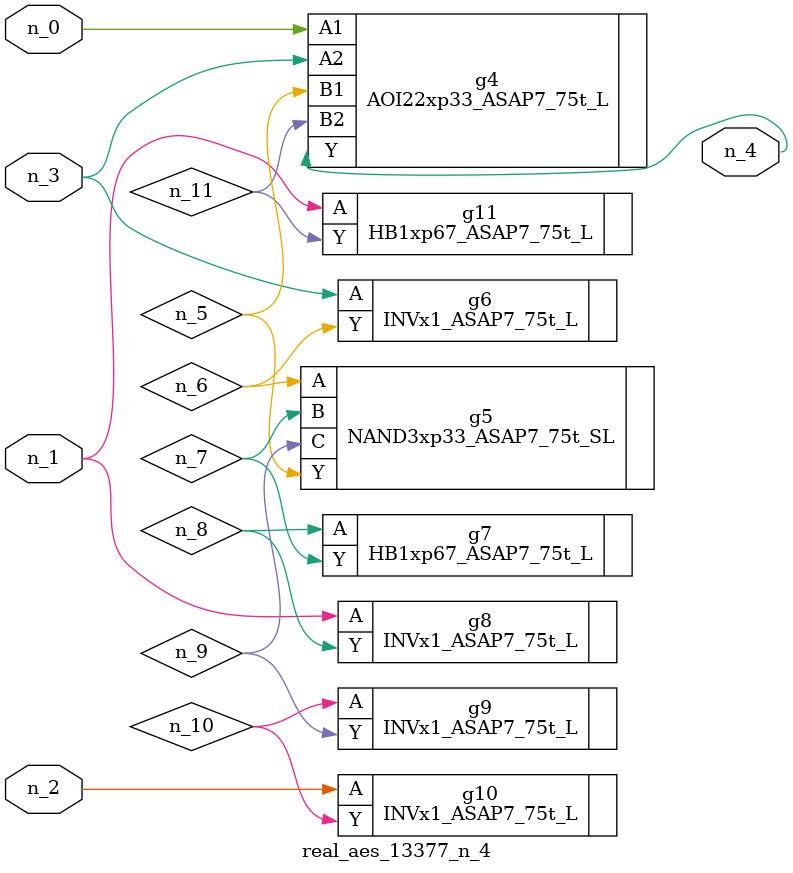
<source format=v>
module real_aes_13377_n_4 (n_0, n_3, n_2, n_1, n_4);
input n_0;
input n_3;
input n_2;
input n_1;
output n_4;
wire n_5;
wire n_7;
wire n_9;
wire n_6;
wire n_8;
wire n_10;
wire n_11;
AOI22xp33_ASAP7_75t_L g4 ( .A1(n_0), .A2(n_3), .B1(n_5), .B2(n_11), .Y(n_4) );
INVx1_ASAP7_75t_L g8 ( .A(n_1), .Y(n_8) );
HB1xp67_ASAP7_75t_L g11 ( .A(n_1), .Y(n_11) );
INVx1_ASAP7_75t_L g10 ( .A(n_2), .Y(n_10) );
INVx1_ASAP7_75t_L g6 ( .A(n_3), .Y(n_6) );
NAND3xp33_ASAP7_75t_SL g5 ( .A(n_6), .B(n_7), .C(n_9), .Y(n_5) );
HB1xp67_ASAP7_75t_L g7 ( .A(n_8), .Y(n_7) );
INVx1_ASAP7_75t_L g9 ( .A(n_10), .Y(n_9) );
endmodule
</source>
